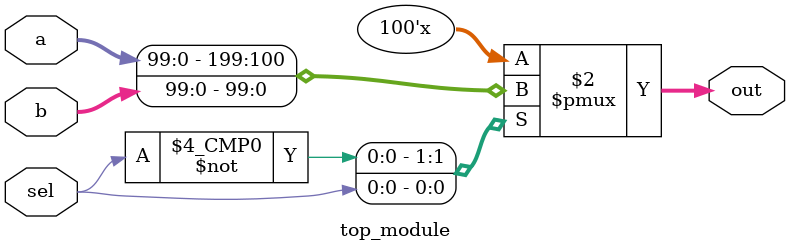
<source format=sv>
module top_module (
    input [99:0] a,
    input [99:0] b,
    input sel,
    output [99:0] out
);

always @(*) begin
    case (sel)
        1'b0: out = a;
        1'b1: out = b;
        default: out = {100{1'bx}}; // Set the output to an unknown value if the select signal is invalid
    endcase
end

endmodule

</source>
